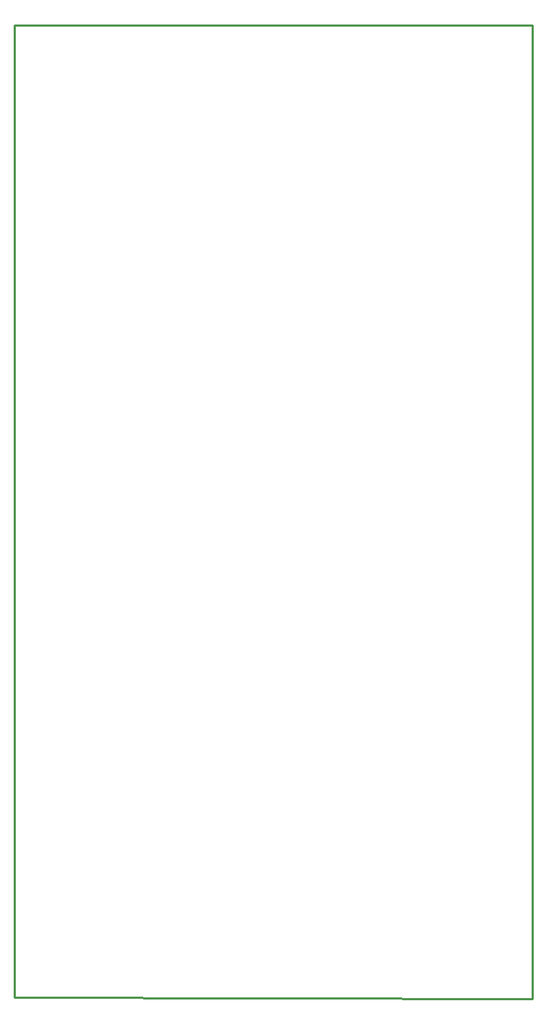
<source format=gko>
G04 Layer: BoardOutlineLayer*
G04 EasyEDA v6.5.29, 2023-07-16 15:11:24*
G04 8e63474119ad402bbd214b4fb5fb20c4,5a6b42c53f6a479593ecc07194224c93,10*
G04 Gerber Generator version 0.2*
G04 Scale: 100 percent, Rotated: No, Reflected: No *
G04 Dimensions in millimeters *
G04 leading zeros omitted , absolute positions ,4 integer and 5 decimal *
%FSLAX45Y45*%
%MOMM*%

%ADD10C,0.2540*%
D10*
X0Y508000D02*
G01*
X6096000Y495300D01*
X6096000Y11938000D01*
X0Y11938000D01*
X0Y508000D01*

%LPD*%
M02*

</source>
